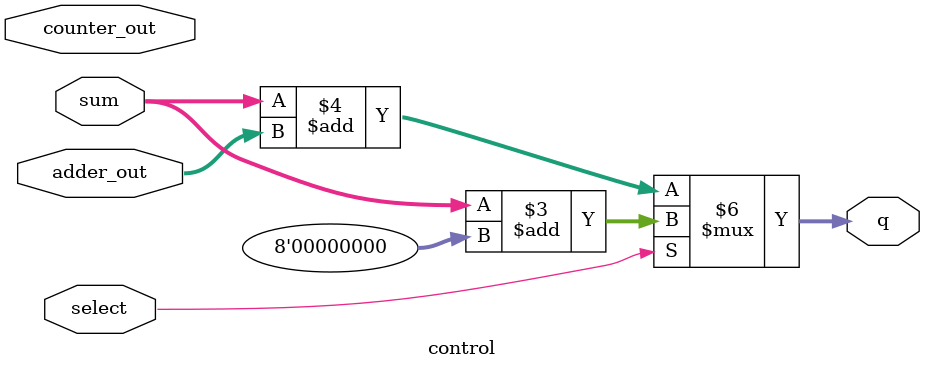
<source format=v>
module top_module (
    input clk,
    input reset, // Synchronous active-high reset
    input [7:0] a, b, // 8-bit inputs for the adder
    input select, // Select input to choose between adder and counter
    output [7:0] q // 8-bit output of the functional module
);

    wire [7:0] adder_out;
    wire [3:0] counter_out;
    wire [7:0] sum;

    adder adder_inst (
        .a(a),
        .b(b),
        .sum(adder_out)
    );

    counter counter_inst (
        .clk(clk),
        .reset(reset),
        .q(counter_out)
    );

    functional functional_inst (
        .adder_out(adder_out),
        .counter_out(counter_out),
        .sum(sum)
    );

    control control_inst (
        .select(select),
        .adder_out(adder_out),
        .counter_out(counter_out),
        .sum(sum),
        .q(q)
    );

endmodule

module adder (
    input [7:0] a,
    input [7:0] b,
    output reg [7:0] sum
);

    always @(*) begin
        sum = a + b;
    end

endmodule

module counter (
    input clk,
    input reset,
    output reg [3:0] q
);

    parameter PERIOD = 16;

    always @(posedge clk) begin
        if (reset) begin
            q <= 0;
        end else if (q == PERIOD - 1) begin
            q <= 0;
        end else begin
            q <= q + 1;
        end
    end

endmodule

module functional (
    input [7:0] adder_out,
    input [3:0] counter_out,
    output reg [7:0] sum
);

    always @(*) begin
        sum = adder_out + (counter_out << 8);
    end

endmodule

module control (
    input select,
    input [7:0] adder_out,
    input [3:0] counter_out,
    input [7:0] sum,
    output reg [7:0] q
);

    always @(*) begin
        if (select) begin
            q = sum + (counter_out << 8);
        end else begin
            q = sum + adder_out;
        end
    end

endmodule
</source>
